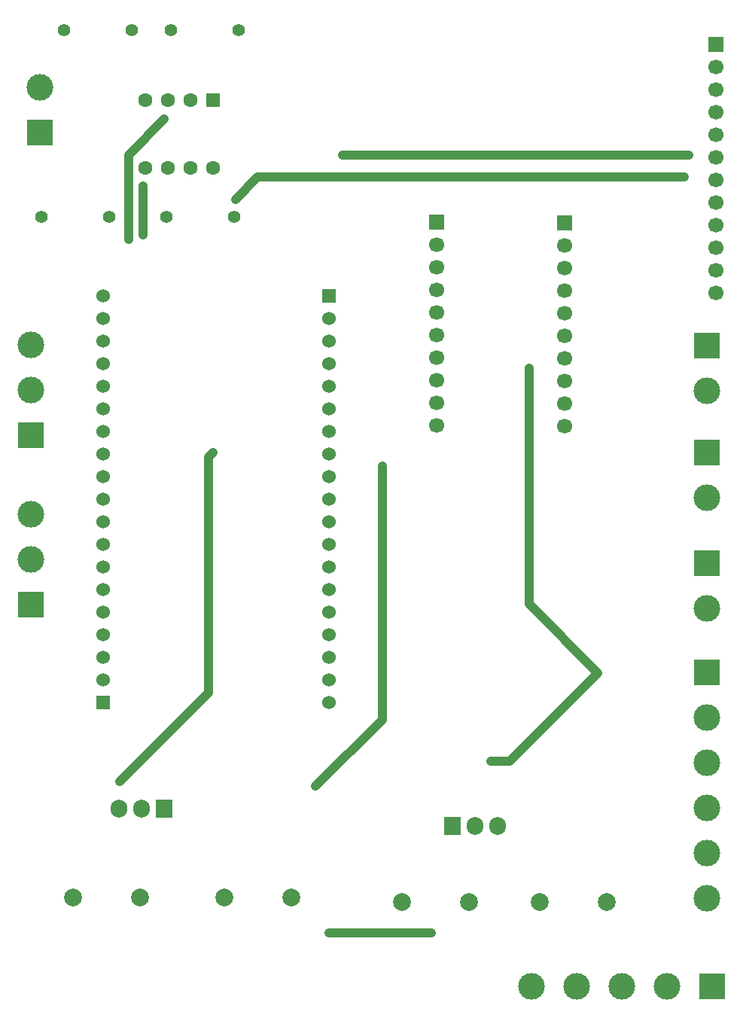
<source format=gbr>
%TF.GenerationSoftware,KiCad,Pcbnew,9.0.3*%
%TF.CreationDate,2025-08-08T14:41:56-05:00*%
%TF.ProjectId,baquelita,62617175-656c-4697-9461-2e6b69636164,rev?*%
%TF.SameCoordinates,Original*%
%TF.FileFunction,Copper,L1,Top*%
%TF.FilePolarity,Positive*%
%FSLAX46Y46*%
G04 Gerber Fmt 4.6, Leading zero omitted, Abs format (unit mm)*
G04 Created by KiCad (PCBNEW 9.0.3) date 2025-08-08 14:41:56*
%MOMM*%
%LPD*%
G01*
G04 APERTURE LIST*
G04 Aperture macros list*
%AMRoundRect*
0 Rectangle with rounded corners*
0 $1 Rounding radius*
0 $2 $3 $4 $5 $6 $7 $8 $9 X,Y pos of 4 corners*
0 Add a 4 corners polygon primitive as box body*
4,1,4,$2,$3,$4,$5,$6,$7,$8,$9,$2,$3,0*
0 Add four circle primitives for the rounded corners*
1,1,$1+$1,$2,$3*
1,1,$1+$1,$4,$5*
1,1,$1+$1,$6,$7*
1,1,$1+$1,$8,$9*
0 Add four rect primitives between the rounded corners*
20,1,$1+$1,$2,$3,$4,$5,0*
20,1,$1+$1,$4,$5,$6,$7,0*
20,1,$1+$1,$6,$7,$8,$9,0*
20,1,$1+$1,$8,$9,$2,$3,0*%
G04 Aperture macros list end*
%TA.AperFunction,ComponentPad*%
%ADD10C,3.000000*%
%TD*%
%TA.AperFunction,ComponentPad*%
%ADD11R,3.000000X3.000000*%
%TD*%
%TA.AperFunction,ComponentPad*%
%ADD12C,1.700000*%
%TD*%
%TA.AperFunction,ComponentPad*%
%ADD13R,1.700000X1.700000*%
%TD*%
%TA.AperFunction,ComponentPad*%
%ADD14O,1.905000X2.000000*%
%TD*%
%TA.AperFunction,ComponentPad*%
%ADD15R,1.905000X2.000000*%
%TD*%
%TA.AperFunction,ComponentPad*%
%ADD16C,2.000000*%
%TD*%
%TA.AperFunction,ComponentPad*%
%ADD17C,1.400000*%
%TD*%
%TA.AperFunction,ComponentPad*%
%ADD18RoundRect,0.250000X-0.550000X0.550000X-0.550000X-0.550000X0.550000X-0.550000X0.550000X0.550000X0*%
%TD*%
%TA.AperFunction,ComponentPad*%
%ADD19C,1.600000*%
%TD*%
%TA.AperFunction,ComponentPad*%
%ADD20R,1.530000X1.530000*%
%TD*%
%TA.AperFunction,ComponentPad*%
%ADD21C,1.530000*%
%TD*%
%TA.AperFunction,ViaPad*%
%ADD22C,0.600000*%
%TD*%
%TA.AperFunction,Conductor*%
%ADD23C,1.000000*%
%TD*%
G04 APERTURE END LIST*
D10*
%TO.P,J10,5,Pin_5*%
%TO.N,Net-(J10-Pin_4)*%
X93260000Y-152000000D03*
%TO.P,J10,4,Pin_4*%
X98340000Y-152000000D03*
%TO.P,J10,3,Pin_3*%
%TO.N,GND*%
X103420000Y-152000000D03*
%TO.P,J10,2,Pin_2*%
X108500000Y-152000000D03*
D11*
%TO.P,J10,1,Pin_1*%
X113580000Y-152000000D03*
%TD*%
D12*
%TO.P,J2,10,Pin_10*%
%TO.N,Net-(J2-Pin_1)*%
X82650000Y-88960000D03*
%TO.P,J2,9,Pin_9*%
%TO.N,unconnected-(J2-Pin_9-Pad9)*%
X82650000Y-86420000D03*
%TO.P,J2,8,Pin_8*%
%TO.N,unconnected-(J2-Pin_8-Pad8)*%
X82650000Y-83880000D03*
%TO.P,J2,7,Pin_7*%
%TO.N,unconnected-(J2-Pin_7-Pad7)*%
X82650000Y-81340000D03*
%TO.P,J2,6,Pin_6*%
%TO.N,Net-(J2-Pin_6)*%
X82650000Y-78800000D03*
%TO.P,J2,5,Pin_5*%
%TO.N,Net-(J2-Pin_5)*%
X82650000Y-76260000D03*
%TO.P,J2,4,Pin_4*%
%TO.N,Net-(J2-Pin_4)*%
X82650000Y-73720000D03*
%TO.P,J2,3,Pin_3*%
%TO.N,Net-(J2-Pin_3)*%
X82650000Y-71180000D03*
%TO.P,J2,2,Pin_2*%
%TO.N,Net-(J2-Pin_2)*%
X82650000Y-68640000D03*
D13*
%TO.P,J2,1,Pin_1*%
%TO.N,Net-(J2-Pin_1)*%
X82650000Y-66100000D03*
%TD*%
D12*
%TO.P,J3,10,Pin_10*%
%TO.N,GND*%
X97000000Y-89000000D03*
%TO.P,J3,9,Pin_9*%
%TO.N,unconnected-(J3-Pin_9-Pad9)*%
X97000000Y-86460000D03*
%TO.P,J3,8,Pin_8*%
%TO.N,unconnected-(J3-Pin_8-Pad8)*%
X97000000Y-83920000D03*
%TO.P,J3,7,Pin_7*%
%TO.N,unconnected-(J3-Pin_7-Pad7)*%
X97000000Y-81380000D03*
%TO.P,J3,6,Pin_6*%
%TO.N,Net-(J3-Pin_6)*%
X97000000Y-78840000D03*
%TO.P,J3,5,Pin_5*%
%TO.N,Net-(J3-Pin_5)*%
X97000000Y-76300000D03*
%TO.P,J3,4,Pin_4*%
%TO.N,Net-(J3-Pin_4)*%
X97000000Y-73760000D03*
%TO.P,J3,3,Pin_3*%
%TO.N,Net-(J3-Pin_3)*%
X97000000Y-71220000D03*
%TO.P,J3,2,Pin_2*%
%TO.N,Net-(J3-Pin_2)*%
X97000000Y-68680000D03*
D13*
%TO.P,J3,1,Pin_1*%
%TO.N,Net-(J10-Pin_4)*%
X97000000Y-66140000D03*
%TD*%
D12*
%TO.P,J7,12,Pin_12*%
%TO.N,GND*%
X114000000Y-74040000D03*
%TO.P,J7,11,Pin_11*%
X114000000Y-71500000D03*
%TO.P,J7,10,Pin_10*%
%TO.N,Net-(J1-Pin_1)*%
X114000000Y-68960000D03*
%TO.P,J7,9,Pin_9*%
%TO.N,Net-(J7-Pin_9)*%
X114000000Y-66420000D03*
%TO.P,J7,8,Pin_8*%
%TO.N,Net-(J7-Pin_8)*%
X114000000Y-63880000D03*
%TO.P,J7,7,Pin_7*%
%TO.N,Net-(J7-Pin_7)*%
X114000000Y-61340000D03*
%TO.P,J7,6,Pin_6*%
%TO.N,Net-(J7-Pin_6)*%
X114000000Y-58800000D03*
%TO.P,J7,5,Pin_5*%
%TO.N,Net-(J3-Pin_6)*%
X114000000Y-56260000D03*
%TO.P,J7,4,Pin_4*%
%TO.N,Net-(J3-Pin_5)*%
X114000000Y-53720000D03*
%TO.P,J7,3,Pin_3*%
%TO.N,Net-(J3-Pin_4)*%
X114000000Y-51180000D03*
%TO.P,J7,2,Pin_2*%
%TO.N,Net-(J3-Pin_3)*%
X114000000Y-48640000D03*
D13*
%TO.P,J7,1,Pin_1*%
%TO.N,Net-(J3-Pin_2)*%
X114000000Y-46100000D03*
%TD*%
D10*
%TO.P,J11,6,Pin_6*%
%TO.N,Net-(J11-Pin_6)*%
X113000000Y-142080000D03*
%TO.P,J11,5,Pin_5*%
%TO.N,Net-(J11-Pin_5)*%
X113000000Y-137000000D03*
%TO.P,J11,4,Pin_4*%
%TO.N,Net-(J11-Pin_4)*%
X113000000Y-131920000D03*
%TO.P,J11,3,Pin_3*%
%TO.N,Net-(J11-Pin_3)*%
X113000000Y-126840000D03*
%TO.P,J11,2,Pin_2*%
%TO.N,GND*%
X113000000Y-121760000D03*
D11*
%TO.P,J11,1,Pin_1*%
%TO.N,Net-(J10-Pin_4)*%
X113000000Y-116680000D03*
%TD*%
D14*
%TO.P,U2,3,OUT*%
%TO.N,Net-(J10-Pin_4)*%
X89500000Y-134000000D03*
%TO.P,U2,2,GND*%
%TO.N,GND*%
X86960000Y-134000000D03*
D15*
%TO.P,U2,1,IN*%
%TO.N,Net-(J4-Pin_2)*%
X84420000Y-134000000D03*
%TD*%
%TO.P,U3,1,GND*%
%TO.N,GND*%
X52000000Y-132000000D03*
D14*
%TO.P,U3,2,VO*%
%TO.N,Net-(J2-Pin_1)*%
X49460000Y-132000000D03*
%TO.P,U3,3,VI*%
%TO.N,Net-(J4-Pin_2)*%
X46920000Y-132000000D03*
%TD*%
D16*
%TO.P,C3,2*%
%TO.N,GND*%
X49250000Y-142000000D03*
%TO.P,C3,1*%
%TO.N,Net-(J4-Pin_2)*%
X41750000Y-142000000D03*
%TD*%
D17*
%TO.P,R3,2*%
%TO.N,Net-(J7-Pin_7)*%
X59810000Y-65500000D03*
%TO.P,R3,1*%
%TO.N,Net-(U4B--)*%
X52190000Y-65500000D03*
%TD*%
D16*
%TO.P,C2,1*%
%TO.N,Net-(J10-Pin_4)*%
X101750000Y-142500000D03*
%TO.P,C2,2*%
%TO.N,GND*%
X94250000Y-142500000D03*
%TD*%
D11*
%TO.P,J6,1,Pin_1*%
%TO.N,GND*%
X37000000Y-90000000D03*
D10*
%TO.P,J6,2,Pin_2*%
%TO.N,Net-(J6-Pin_2)*%
X37000000Y-84920000D03*
%TO.P,J6,3,Pin_3*%
%TO.N,Net-(J6-Pin_3)*%
X37000000Y-79840000D03*
%TD*%
D11*
%TO.P,J1,1,Pin_1*%
%TO.N,Net-(J1-Pin_1)*%
X113000000Y-79920000D03*
D10*
%TO.P,J1,2,Pin_2*%
%TO.N,Net-(J1-Pin_2)*%
X113000000Y-85000000D03*
%TD*%
D16*
%TO.P,C4,1*%
%TO.N,Net-(J2-Pin_1)*%
X58750000Y-142000000D03*
%TO.P,C4,2*%
%TO.N,GND*%
X66250000Y-142000000D03*
%TD*%
%TO.P,C1,1*%
%TO.N,Net-(J4-Pin_2)*%
X78750000Y-142500000D03*
%TO.P,C1,2*%
%TO.N,GND*%
X86250000Y-142500000D03*
%TD*%
D17*
%TO.P,R2,1*%
%TO.N,GND*%
X40690000Y-44500000D03*
%TO.P,R2,2*%
%TO.N,Net-(U4A--)*%
X48310000Y-44500000D03*
%TD*%
D11*
%TO.P,J5,1,Pin_1*%
%TO.N,GND*%
X37000000Y-109080000D03*
D10*
%TO.P,J5,2,Pin_2*%
%TO.N,Net-(J5-Pin_2)*%
X37000000Y-104000000D03*
%TO.P,J5,3,Pin_3*%
%TO.N,Net-(J5-Pin_3)*%
X37000000Y-98920000D03*
%TD*%
D11*
%TO.P,J4,1,Pin_1*%
%TO.N,GND*%
X38000000Y-56000000D03*
D10*
%TO.P,J4,2,Pin_2*%
%TO.N,Net-(J4-Pin_2)*%
X38000000Y-50920000D03*
%TD*%
D11*
%TO.P,J8,1,Pin_1*%
%TO.N,Net-(J7-Pin_9)*%
X113000000Y-91960000D03*
D10*
%TO.P,J8,2,Pin_2*%
%TO.N,Net-(J8-Pin_2)*%
X113000000Y-97040000D03*
%TD*%
D17*
%TO.P,R1,1*%
%TO.N,Net-(U4A--)*%
X52690000Y-44500000D03*
%TO.P,R1,2*%
%TO.N,Net-(J7-Pin_6)*%
X60310000Y-44500000D03*
%TD*%
D11*
%TO.P,J9,1,Pin_1*%
%TO.N,Net-(J7-Pin_8)*%
X113000000Y-104460000D03*
D10*
%TO.P,J9,2,Pin_2*%
%TO.N,Net-(J9-Pin_2)*%
X113000000Y-109540000D03*
%TD*%
D18*
%TO.P,U4,1*%
%TO.N,Net-(J7-Pin_6)*%
X57500000Y-52380000D03*
D19*
%TO.P,U4,2,-*%
%TO.N,Net-(U4A--)*%
X54960000Y-52380000D03*
%TO.P,U4,3,+*%
%TO.N,Net-(U4A-+)*%
X52420000Y-52380000D03*
%TO.P,U4,4,V-*%
%TO.N,GND*%
X49880000Y-52380000D03*
%TO.P,U4,5,+*%
%TO.N,Net-(U4B-+)*%
X49880000Y-60000000D03*
%TO.P,U4,6,-*%
%TO.N,Net-(U4B--)*%
X52420000Y-60000000D03*
%TO.P,U4,7*%
%TO.N,Net-(J7-Pin_7)*%
X54960000Y-60000000D03*
%TO.P,U4,8,V+*%
%TO.N,Net-(J4-Pin_2)*%
X57500000Y-60000000D03*
%TD*%
D17*
%TO.P,R4,1*%
%TO.N,GND*%
X38190000Y-65500000D03*
%TO.P,R4,2*%
%TO.N,Net-(U4B--)*%
X45810000Y-65500000D03*
%TD*%
D20*
%TO.P,U5,J4_1,GND_1*%
%TO.N,GND*%
X70500000Y-74360000D03*
D21*
%TO.P,U5,J4_2,G23*%
%TO.N,Net-(J2-Pin_2)*%
X70500000Y-76900000D03*
%TO.P,U5,J4_3,G22*%
%TO.N,Net-(J2-Pin_3)*%
X70500000Y-79440000D03*
%TO.P,U5,J4_4,TXD*%
%TO.N,unconnected-(U5-TXD-PadJ4_4)*%
X70500000Y-81980000D03*
%TO.P,U5,J4_5,RXD*%
%TO.N,unconnected-(U5-RXD-PadJ4_5)*%
X70500000Y-84520000D03*
%TO.P,U5,J4_6,G21*%
%TO.N,Net-(J2-Pin_4)*%
X70500000Y-87060000D03*
%TO.P,U5,J4_7,GND_7*%
%TO.N,GND*%
X70500000Y-89600000D03*
%TO.P,U5,J4_8,G19*%
%TO.N,Net-(J2-Pin_5)*%
X70500000Y-92140000D03*
%TO.P,U5,J4_9,G18*%
%TO.N,Net-(J2-Pin_6)*%
X70500000Y-94680000D03*
%TO.P,U5,J4_10,G5*%
%TO.N,Net-(J1-Pin_2)*%
X70500000Y-97220000D03*
%TO.P,U5,J4_11,G17*%
%TO.N,Net-(J8-Pin_2)*%
X70500000Y-99760000D03*
%TO.P,U5,J4_12,G16*%
%TO.N,Net-(J9-Pin_2)*%
X70500000Y-102300000D03*
%TO.P,U5,J4_13,G4*%
%TO.N,Net-(J11-Pin_3)*%
X70500000Y-104840000D03*
%TO.P,U5,J4_14,G0*%
%TO.N,unconnected-(U5-G0-PadJ4_14)*%
X70500000Y-107380000D03*
%TO.P,U5,J4_15,G2*%
%TO.N,Net-(J11-Pin_4)*%
X70500000Y-109920000D03*
%TO.P,U5,J4_16,G15*%
%TO.N,Net-(J11-Pin_5)*%
X70500000Y-112460000D03*
%TO.P,U5,J4_17,SD1*%
%TO.N,unconnected-(U5-SD1-PadJ4_17)*%
X70500000Y-115000000D03*
%TO.P,U5,J4_18,SD0*%
%TO.N,unconnected-(U5-SD0-PadJ4_18)*%
X70500000Y-117540000D03*
%TO.P,U5,J4_19,CLK*%
%TO.N,unconnected-(U5-CLK-PadJ4_19)*%
X70500000Y-120080000D03*
D20*
%TO.P,U5,J5_1,5V*%
%TO.N,Net-(J10-Pin_4)*%
X45100000Y-120080000D03*
D21*
%TO.P,U5,J5_2,CMD*%
%TO.N,unconnected-(U5-CMD-PadJ5_2)*%
X45100000Y-117540000D03*
%TO.P,U5,J5_3,SD3*%
%TO.N,unconnected-(U5-SD3-PadJ5_3)*%
X45100000Y-115000000D03*
%TO.P,U5,J5_4,SD2*%
%TO.N,unconnected-(U5-SD2-PadJ5_4)*%
X45100000Y-112460000D03*
%TO.P,U5,J5_5,G13*%
%TO.N,Net-(J11-Pin_6)*%
X45100000Y-109920000D03*
%TO.P,U5,J5_6,GND_6*%
%TO.N,GND*%
X45100000Y-107380000D03*
%TO.P,U5,J5_7,G12*%
%TO.N,unconnected-(U5-G12-PadJ5_7)*%
X45100000Y-104840000D03*
%TO.P,U5,J5_8,G14*%
%TO.N,Net-(J5-Pin_2)*%
X45100000Y-102300000D03*
%TO.P,U5,J5_9,G27*%
%TO.N,Net-(J5-Pin_3)*%
X45100000Y-99760000D03*
%TO.P,U5,J5_10,G26*%
%TO.N,Net-(U4B-+)*%
X45100000Y-97220000D03*
%TO.P,U5,J5_11,G25*%
%TO.N,Net-(U4A-+)*%
X45100000Y-94680000D03*
%TO.P,U5,J5_12,G33*%
%TO.N,Net-(J6-Pin_2)*%
X45100000Y-92140000D03*
%TO.P,U5,J5_13,G32*%
%TO.N,Net-(J6-Pin_3)*%
X45100000Y-89600000D03*
%TO.P,U5,J5_14,G35*%
%TO.N,unconnected-(U5-G35-PadJ5_14)*%
X45100000Y-87060000D03*
%TO.P,U5,J5_15,G34*%
%TO.N,unconnected-(U5-G34-PadJ5_15)*%
X45100000Y-84520000D03*
%TO.P,U5,J5_16,SN*%
%TO.N,unconnected-(U5-SN-PadJ5_16)*%
X45100000Y-81980000D03*
%TO.P,U5,J5_17,SP*%
%TO.N,unconnected-(U5-SP-PadJ5_17)*%
X45100000Y-79440000D03*
%TO.P,U5,J5_18,EN*%
%TO.N,unconnected-(U5-EN-PadJ5_18)*%
X45100000Y-76900000D03*
%TO.P,U5,J5_19,3V3*%
%TO.N,unconnected-(U5-3V3-PadJ5_19)*%
X45100000Y-74360000D03*
%TD*%
D22*
%TO.N,Net-(U4B-+)*%
X49601000Y-62000000D03*
%TO.N,Net-(J10-Pin_4)*%
X93000000Y-82500000D03*
X100750000Y-116750000D03*
X88701000Y-126701000D03*
%TO.N,Net-(J7-Pin_6)*%
X72000000Y-58500000D03*
%TO.N,Net-(J7-Pin_7)*%
X110500000Y-61000000D03*
%TO.N,Net-(J7-Pin_6)*%
X111000000Y-58500000D03*
%TO.N,Net-(J2-Pin_1)*%
X76500000Y-93500000D03*
%TO.N,Net-(J7-Pin_7)*%
X60000000Y-63500000D03*
%TO.N,Net-(U4A-+)*%
X52000000Y-54500000D03*
%TO.N,Net-(J4-Pin_2)*%
X57500000Y-92000000D03*
%TO.N,GND*%
X82000000Y-146000000D03*
X70500000Y-146000000D03*
%TO.N,Net-(J2-Pin_1)*%
X69000000Y-129500000D03*
%TO.N,Net-(J4-Pin_2)*%
X47000000Y-129000000D03*
%TO.N,Net-(U4B-+)*%
X49601000Y-67500000D03*
%TO.N,Net-(U4A-+)*%
X48000000Y-68000000D03*
%TD*%
D23*
%TO.N,Net-(J7-Pin_7)*%
X110500000Y-61000000D02*
X62500000Y-61000000D01*
%TO.N,Net-(J7-Pin_6)*%
X111000000Y-58500000D02*
X72000000Y-58500000D01*
%TO.N,Net-(U4B-+)*%
X49601000Y-62000000D02*
X49601000Y-67500000D01*
%TO.N,Net-(J10-Pin_4)*%
X93000000Y-109000000D02*
X100750000Y-116750000D01*
X93000000Y-82500000D02*
X93000000Y-109000000D01*
%TO.N,GND*%
X70500000Y-146000000D02*
X82000000Y-146000000D01*
%TO.N,Net-(J10-Pin_4)*%
X100750000Y-116750000D02*
X90799000Y-126701000D01*
X90799000Y-126701000D02*
X88701000Y-126701000D01*
%TO.N,Net-(J2-Pin_1)*%
X76500000Y-122000000D02*
X76500000Y-93500000D01*
X69000000Y-129500000D02*
X76500000Y-122000000D01*
%TO.N,Net-(J7-Pin_7)*%
X62500000Y-61000000D02*
X60000000Y-63500000D01*
%TO.N,Net-(U4A-+)*%
X47979000Y-67979000D02*
X48000000Y-68000000D01*
X47979000Y-58521000D02*
X47979000Y-67979000D01*
X52000000Y-54500000D02*
X47979000Y-58521000D01*
%TO.N,Net-(J4-Pin_2)*%
X57000000Y-92500000D02*
X57500000Y-92000000D01*
X57000000Y-119000000D02*
X57000000Y-92500000D01*
X47000000Y-129000000D02*
X57000000Y-119000000D01*
%TD*%
M02*

</source>
